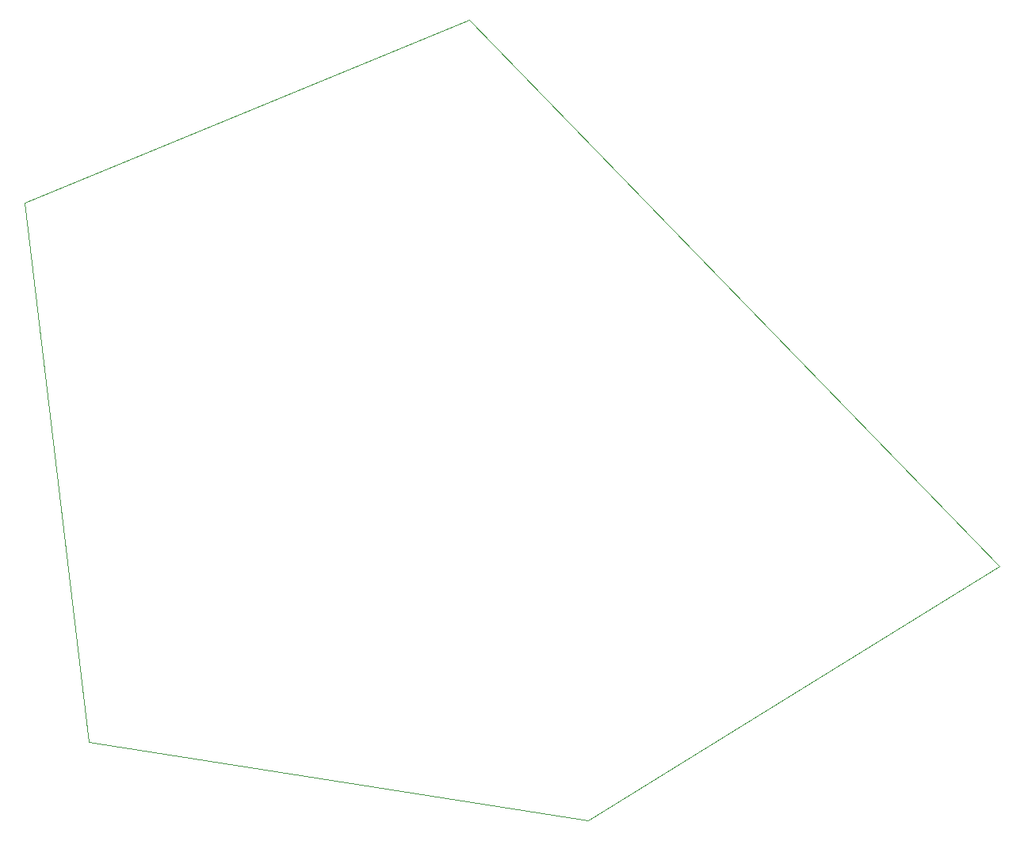
<source format=gbr>
%TF.GenerationSoftware,KiCad,Pcbnew,(5.1.9)-1*%
%TF.CreationDate,2021-10-21T19:00:56-05:00*%
%TF.ProjectId,tutorial2,7475746f-7269-4616-9c32-2e6b69636164,rev?*%
%TF.SameCoordinates,Original*%
%TF.FileFunction,Profile,NP*%
%FSLAX46Y46*%
G04 Gerber Fmt 4.6, Leading zero omitted, Abs format (unit mm)*
G04 Created by KiCad (PCBNEW (5.1.9)-1) date 2021-10-21 19:00:56*
%MOMM*%
%LPD*%
G01*
G04 APERTURE LIST*
%TA.AperFunction,Profile*%
%ADD10C,0.050000*%
%TD*%
G04 APERTURE END LIST*
D10*
X92202000Y-115062000D02*
X85344000Y-57404000D01*
X145542000Y-123444000D02*
X92202000Y-115062000D01*
X189484000Y-96266000D02*
X145542000Y-123444000D01*
X132842000Y-37846000D02*
X189484000Y-96266000D01*
X85344000Y-57404000D02*
X132842000Y-37846000D01*
M02*

</source>
